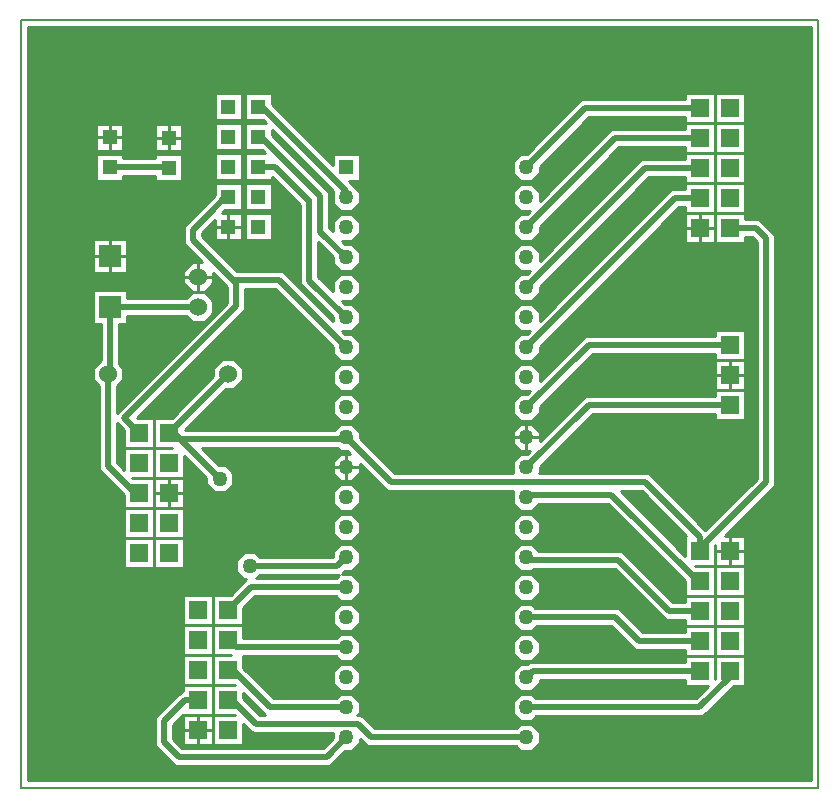
<source format=gbr>
G04 PROTEUS RS274X GERBER FILE*
%FSLAX45Y45*%
%MOMM*%
G01*
%ADD10C,0.508000*%
%ADD11C,1.270000*%
%ADD17C,0.254000*%
%ADD12R,1.270000X1.270000*%
%ADD13R,1.524000X1.524000*%
%ADD14C,1.524000*%
%ADD15R,1.905000X1.905000*%
%ADD16C,0.203200*%
G36*
X+3439040Y-2689040D02*
X-3189040Y-2689040D01*
X-3189040Y+3689040D01*
X+3439040Y+3689040D01*
X+3439040Y-2689040D01*
G37*
%LPC*%
G36*
X-1127701Y+3036701D02*
X-614299Y+2523299D01*
X-614299Y+2614299D01*
X-385701Y+2614299D01*
X-385701Y+2385701D01*
X-476701Y+2385701D01*
X-423801Y+2332801D01*
X-423801Y+2331444D01*
X-385701Y+2293344D01*
X-385701Y+2198656D01*
X-452656Y+2131701D01*
X-547344Y+2131701D01*
X-614299Y+2198656D01*
X-614299Y+2293344D01*
X-607082Y+2300562D01*
X-1127701Y+2821181D01*
X-1127701Y+2775889D01*
X-640740Y+2288928D01*
X-640740Y+1986500D01*
X-614299Y+1960059D01*
X-614299Y+2039344D01*
X-547344Y+2106299D01*
X-452656Y+2106299D01*
X-385701Y+2039344D01*
X-385701Y+1944656D01*
X-452656Y+1877701D01*
X-531941Y+1877701D01*
X-506539Y+1852299D01*
X-452656Y+1852299D01*
X-385701Y+1785344D01*
X-385701Y+1690656D01*
X-452656Y+1623701D01*
X-547344Y+1623701D01*
X-614299Y+1690656D01*
X-614299Y+1744539D01*
X-735651Y+1865891D01*
X-735651Y+1573411D01*
X-614299Y+1452059D01*
X-614299Y+1531344D01*
X-547344Y+1598299D01*
X-452656Y+1598299D01*
X-385701Y+1531344D01*
X-385701Y+1436656D01*
X-452656Y+1369701D01*
X-531941Y+1369701D01*
X-506539Y+1344299D01*
X-452656Y+1344299D01*
X-385701Y+1277344D01*
X-385701Y+1182656D01*
X-452656Y+1115701D01*
X-531941Y+1115701D01*
X-506539Y+1090299D01*
X-452656Y+1090299D01*
X-385701Y+1023344D01*
X-385701Y+928656D01*
X-452656Y+861701D01*
X-547344Y+861701D01*
X-614299Y+928656D01*
X-614299Y+982539D01*
X-1100141Y+1468381D01*
X-1354604Y+1468381D01*
X-1354604Y+1292550D01*
X-2266155Y+380999D01*
X-2123001Y+380999D01*
X-2123001Y+127001D01*
X-2376999Y+127001D01*
X-2376999Y+273239D01*
X-2439801Y+336041D01*
X-2439801Y+4932D01*
X-2376999Y-57870D01*
X-2376999Y+126999D01*
X-2123001Y+126999D01*
X-2123001Y-126999D01*
X-2307870Y-126999D01*
X-2307868Y-127001D01*
X-2123001Y-127001D01*
X-2123001Y-380999D01*
X-2376999Y-380999D01*
X-2376999Y-273390D01*
X-2592199Y-58190D01*
X-2592199Y+646595D01*
X-2642999Y+697395D01*
X-2642999Y+802605D01*
X-2576199Y+869405D01*
X-2576199Y+1172151D01*
X-2646049Y+1172151D01*
X-2646049Y+1464249D01*
X-2353951Y+1464249D01*
X-2353951Y+1394399D01*
X-1853405Y+1394399D01*
X-1802605Y+1445199D01*
X-1697395Y+1445199D01*
X-1623001Y+1370805D01*
X-1623001Y+1265595D01*
X-1697395Y+1191201D01*
X-1802605Y+1191201D01*
X-1853405Y+1242001D01*
X-2353951Y+1242001D01*
X-2353951Y+1172151D01*
X-2423801Y+1172151D01*
X-2423801Y+837405D01*
X-2389001Y+802605D01*
X-2389001Y+697395D01*
X-2439801Y+646595D01*
X-2439801Y+422873D01*
X-1507002Y+1355672D01*
X-1507002Y+1487593D01*
X-1532426Y+1513017D01*
X-1532426Y+1513019D01*
X-1623001Y+1603594D01*
X-1623001Y+1519595D01*
X-1697395Y+1445201D01*
X-1802605Y+1445201D01*
X-1876999Y+1519595D01*
X-1876999Y+1624805D01*
X-1802605Y+1699199D01*
X-1718606Y+1699199D01*
X-1828651Y+1809244D01*
X-1828653Y+1809244D01*
X-1873289Y+1853880D01*
X-1873289Y+2004930D01*
X-1828653Y+2049566D01*
X-1828651Y+2049566D01*
X-1610299Y+2267918D01*
X-1610299Y+2364299D01*
X-1381701Y+2364299D01*
X-1381701Y+2135701D01*
X-1526996Y+2135701D01*
X-1552398Y+2110299D01*
X-1381701Y+2110299D01*
X-1381701Y+1881701D01*
X-1610299Y+1881701D01*
X-1610299Y+2052398D01*
X-1720891Y+1941806D01*
X-1720891Y+1917004D01*
X-1424666Y+1620779D01*
X-1037019Y+1620779D01*
X-614299Y+1198059D01*
X-614299Y+1236539D01*
X-888049Y+1510289D01*
X-888049Y+2180610D01*
X-1127701Y+2420262D01*
X-1127701Y+2389701D01*
X-1356299Y+2389701D01*
X-1356299Y+2618299D01*
X-1185631Y+2618299D01*
X-1211033Y+2643701D01*
X-1356299Y+2643701D01*
X-1356299Y+2872299D01*
X-1178819Y+2872299D01*
X-1204221Y+2897701D01*
X-1356299Y+2897701D01*
X-1356299Y+3126299D01*
X-1127701Y+3126299D01*
X-1127701Y+3036701D01*
G37*
G36*
X-547344Y+836299D02*
X-452656Y+836299D01*
X-385701Y+769344D01*
X-385701Y+674656D01*
X-452656Y+607701D01*
X-547344Y+607701D01*
X-614299Y+674656D01*
X-614299Y+769344D01*
X-547344Y+836299D01*
G37*
G36*
X-547344Y+582299D02*
X-452656Y+582299D01*
X-385701Y+515344D01*
X-385701Y+420656D01*
X-452656Y+353701D01*
X-547344Y+353701D01*
X-614299Y+420656D01*
X-614299Y+515344D01*
X-547344Y+582299D01*
G37*
G36*
X+2880999Y+2060199D02*
X+2999645Y+2060199D01*
X+3128462Y+1931382D01*
X+3128462Y-197573D01*
X+2707034Y-619001D01*
X+2880999Y-619001D01*
X+2880999Y-872999D01*
X+2627001Y-872999D01*
X+2627001Y-699034D01*
X+2626999Y-699036D01*
X+2626999Y-872999D01*
X+2457241Y-872999D01*
X+2457243Y-873001D01*
X+2626999Y-873001D01*
X+2626999Y-1126999D01*
X+2373001Y-1126999D01*
X+2373001Y-1004279D01*
X+1715847Y-347125D01*
X+1132518Y-347125D01*
X+1071344Y-408299D01*
X+976656Y-408299D01*
X+909701Y-341344D01*
X+909701Y-246656D01*
X+913832Y-242525D01*
X-151235Y-242525D01*
X-385701Y-8059D01*
X-385701Y-87344D01*
X-452656Y-154299D01*
X-547344Y-154299D01*
X-614299Y-87344D01*
X-614299Y+7344D01*
X-547344Y+74299D01*
X-468059Y+74299D01*
X-493461Y+99701D01*
X-547344Y+99701D01*
X-573444Y+125801D01*
X-1719697Y+125801D01*
X-1573501Y-20395D01*
X-1519618Y-20395D01*
X-1452663Y-87350D01*
X-1452663Y-182038D01*
X-1519618Y-248993D01*
X-1614306Y-248993D01*
X-1681261Y-182038D01*
X-1681261Y-128155D01*
X-1869001Y+59585D01*
X-1869001Y-126999D01*
X-2122999Y-126999D01*
X-2122999Y+126999D01*
X-1976759Y+126999D01*
X-1976761Y+127001D01*
X-2122999Y+127001D01*
X-2122999Y+380999D01*
X-1976761Y+380999D01*
X-1626999Y+730761D01*
X-1626999Y+802605D01*
X-1552605Y+876999D01*
X-1447395Y+876999D01*
X-1373001Y+802605D01*
X-1373001Y+697395D01*
X-1447395Y+623001D01*
X-1519239Y+623001D01*
X-1864041Y+278199D01*
X-597444Y+278199D01*
X-547344Y+328299D01*
X-452656Y+328299D01*
X-385701Y+261344D01*
X-385701Y+207461D01*
X-88113Y-90127D01*
X+912484Y-90127D01*
X+909701Y-87344D01*
X+909701Y+7344D01*
X+976656Y+74299D01*
X+1030539Y+74299D01*
X+1055941Y+99701D01*
X+976656Y+99701D01*
X+909701Y+166656D01*
X+909701Y+261344D01*
X+976656Y+328299D01*
X+1071344Y+328299D01*
X+1138299Y+261344D01*
X+1138299Y+182059D01*
X+1524439Y+568199D01*
X+2623001Y+568199D01*
X+2623001Y+618999D01*
X+2876999Y+618999D01*
X+2876999Y+365001D01*
X+2623001Y+365001D01*
X+2623001Y+415801D01*
X+1587561Y+415801D01*
X+1138299Y-33461D01*
X+1138299Y-87344D01*
X+1135516Y-90127D01*
X+2066006Y-90127D01*
X+2543197Y-567318D01*
X+2976064Y-134451D01*
X+2976064Y+1868260D01*
X+2936523Y+1907801D01*
X+2880999Y+1907801D01*
X+2880999Y+1857001D01*
X+2627001Y+1857001D01*
X+2627001Y+2110999D01*
X+2880999Y+2110999D01*
X+2880999Y+2060199D01*
G37*
G36*
X-547344Y-179701D02*
X-452656Y-179701D01*
X-385701Y-246656D01*
X-385701Y-341344D01*
X-452656Y-408299D01*
X-547344Y-408299D01*
X-614299Y-341344D01*
X-614299Y-246656D01*
X-547344Y-179701D01*
G37*
G36*
X-547344Y-433701D02*
X-452656Y-433701D01*
X-385701Y-500656D01*
X-385701Y-595344D01*
X-452656Y-662299D01*
X-547344Y-662299D01*
X-614299Y-595344D01*
X-614299Y-500656D01*
X-547344Y-433701D01*
G37*
G36*
X-385701Y-754656D02*
X-385701Y-849344D01*
X-452656Y-916299D01*
X-506539Y-916299D01*
X-531941Y-941701D01*
X-452656Y-941701D01*
X-385701Y-1008656D01*
X-385701Y-1103344D01*
X-452656Y-1170299D01*
X-547344Y-1170299D01*
X-585444Y-1132199D01*
X-1274439Y-1132199D01*
X-1369001Y-1226761D01*
X-1369001Y-1372999D01*
X-1622999Y-1372999D01*
X-1622999Y-1119001D01*
X-1476761Y-1119001D01*
X-1346320Y-988560D01*
X-1362965Y-988560D01*
X-1429920Y-921605D01*
X-1429920Y-826917D01*
X-1362965Y-759962D01*
X-1268277Y-759962D01*
X-1230177Y-798062D01*
X-614299Y-798062D01*
X-614299Y-754656D01*
X-547344Y-687701D01*
X-452656Y-687701D01*
X-385701Y-754656D01*
G37*
G36*
X-547344Y-1195701D02*
X-452656Y-1195701D01*
X-385701Y-1262656D01*
X-385701Y-1357344D01*
X-452656Y-1424299D01*
X-547344Y-1424299D01*
X-614299Y-1357344D01*
X-614299Y-1262656D01*
X-547344Y-1195701D01*
G37*
G36*
X-1369001Y-1487801D02*
X-585444Y-1487801D01*
X-547344Y-1449701D01*
X-452656Y-1449701D01*
X-385701Y-1516656D01*
X-385701Y-1611344D01*
X-452656Y-1678299D01*
X-547344Y-1678299D01*
X-585444Y-1640199D01*
X-1369001Y-1640199D01*
X-1369001Y-1737730D01*
X-1110930Y-1995801D01*
X-585444Y-1995801D01*
X-547344Y-1957701D01*
X-452656Y-1957701D01*
X-385701Y-2024656D01*
X-385701Y-2119344D01*
X-405533Y-2139176D01*
X-369305Y-2139176D01*
X-258680Y-2249801D01*
X+938556Y-2249801D01*
X+976656Y-2211701D01*
X+1071344Y-2211701D01*
X+1138299Y-2278656D01*
X+1138299Y-2373344D01*
X+1071344Y-2440299D01*
X+976656Y-2440299D01*
X+938556Y-2402199D01*
X-321802Y-2402199D01*
X-385701Y-2338300D01*
X-385701Y-2373344D01*
X-452656Y-2440299D01*
X-506539Y-2440299D01*
X-632227Y-2565987D01*
X-1947681Y-2565987D01*
X-2115517Y-2398151D01*
X-2115517Y-2156783D01*
X-1890535Y-1931801D01*
X-1876999Y-1931801D01*
X-1876999Y-1881001D01*
X-1623001Y-1881001D01*
X-1623001Y-2134999D01*
X-1876999Y-2134999D01*
X-1876999Y-2133785D01*
X-1963119Y-2219905D01*
X-1963119Y-2335029D01*
X-1884559Y-2413589D01*
X-695349Y-2413589D01*
X-614299Y-2332539D01*
X-614299Y-2286628D01*
X-1291301Y-2286628D01*
X-1369001Y-2208928D01*
X-1369001Y-2388999D01*
X-1622999Y-2388999D01*
X-1622999Y-2135001D01*
X-1442928Y-2135001D01*
X-1442930Y-2134999D01*
X-1622999Y-2134999D01*
X-1622999Y-1881001D01*
X-1441250Y-1881001D01*
X-1441252Y-1880999D01*
X-1622999Y-1880999D01*
X-1622999Y-1627001D01*
X-1476759Y-1627001D01*
X-1476761Y-1626999D01*
X-1622999Y-1626999D01*
X-1622999Y-1373001D01*
X-1369001Y-1373001D01*
X-1369001Y-1487801D01*
G37*
G36*
X-547344Y-1703701D02*
X-452656Y-1703701D01*
X-385701Y-1770656D01*
X-385701Y-1865344D01*
X-452656Y-1932299D01*
X-547344Y-1932299D01*
X-614299Y-1865344D01*
X-614299Y-1770656D01*
X-547344Y-1703701D01*
G37*
G36*
X+2880999Y-1888999D02*
X+2782987Y-1888999D01*
X+2523787Y-2148199D01*
X+1109444Y-2148199D01*
X+1071344Y-2186299D01*
X+976656Y-2186299D01*
X+909701Y-2119344D01*
X+909701Y-2024656D01*
X+976656Y-1957701D01*
X+1071344Y-1957701D01*
X+1109444Y-1995801D01*
X+2460665Y-1995801D01*
X+2567467Y-1888999D01*
X+2373001Y-1888999D01*
X+2373001Y-1838199D01*
X+1138299Y-1838199D01*
X+1138299Y-1865344D01*
X+1071344Y-1932299D01*
X+976656Y-1932299D01*
X+909701Y-1865344D01*
X+909701Y-1770656D01*
X+976656Y-1703701D01*
X+1030539Y-1703701D01*
X+1048439Y-1685801D01*
X+2373001Y-1685801D01*
X+2373001Y-1635001D01*
X+2626999Y-1635001D01*
X+2626999Y-1829467D01*
X+2627001Y-1829465D01*
X+2627001Y-1635001D01*
X+2880999Y-1635001D01*
X+2880999Y-1888999D01*
G37*
G36*
X+1071344Y-1678299D02*
X+976656Y-1678299D01*
X+909701Y-1611344D01*
X+909701Y-1516656D01*
X+976656Y-1449701D01*
X+1071344Y-1449701D01*
X+1138299Y-1516656D01*
X+1138299Y-1611344D01*
X+1071344Y-1678299D01*
G37*
G36*
X+1101565Y-1225922D02*
X+1807947Y-1225922D01*
X+2013826Y-1431801D01*
X+2373001Y-1431801D01*
X+2373001Y-1381001D01*
X+2626999Y-1381001D01*
X+2626999Y-1634999D01*
X+2373001Y-1634999D01*
X+2373001Y-1584199D01*
X+1950704Y-1584199D01*
X+1744825Y-1378320D01*
X+1117323Y-1378320D01*
X+1071344Y-1424299D01*
X+976656Y-1424299D01*
X+909701Y-1357344D01*
X+909701Y-1262656D01*
X+976656Y-1195701D01*
X+1071344Y-1195701D01*
X+1101565Y-1225922D01*
G37*
G36*
X+1071344Y-1170299D02*
X+976656Y-1170299D01*
X+909701Y-1103344D01*
X+909701Y-1008656D01*
X+976656Y-941701D01*
X+1071344Y-941701D01*
X+1138299Y-1008656D01*
X+1138299Y-1103344D01*
X+1071344Y-1170299D01*
G37*
G36*
X+1130812Y-747169D02*
X+1838171Y-747169D01*
X+2268803Y-1177801D01*
X+2373001Y-1177801D01*
X+2373001Y-1127001D01*
X+2626999Y-1127001D01*
X+2626999Y-1380999D01*
X+2373001Y-1380999D01*
X+2373001Y-1330199D01*
X+2205681Y-1330199D01*
X+1775049Y-899567D01*
X+1088076Y-899567D01*
X+1071344Y-916299D01*
X+976656Y-916299D01*
X+909701Y-849344D01*
X+909701Y-754656D01*
X+976656Y-687701D01*
X+1071344Y-687701D01*
X+1130812Y-747169D01*
G37*
G36*
X+1071344Y-662299D02*
X+976656Y-662299D01*
X+909701Y-595344D01*
X+909701Y-500656D01*
X+976656Y-433701D01*
X+1071344Y-433701D01*
X+1138299Y-500656D01*
X+1138299Y-595344D01*
X+1071344Y-662299D01*
G37*
G36*
X+2876999Y+873001D02*
X+2623001Y+873001D01*
X+2623001Y+923801D01*
X+1587561Y+923801D01*
X+1138299Y+474539D01*
X+1138299Y+420656D01*
X+1071344Y+353701D01*
X+976656Y+353701D01*
X+909701Y+420656D01*
X+909701Y+515344D01*
X+976656Y+582299D01*
X+1030539Y+582299D01*
X+1055941Y+607701D01*
X+976656Y+607701D01*
X+909701Y+674656D01*
X+909701Y+769344D01*
X+976656Y+836299D01*
X+1071344Y+836299D01*
X+1138299Y+769344D01*
X+1138299Y+690059D01*
X+1524439Y+1076199D01*
X+2623001Y+1076199D01*
X+2623001Y+1126999D01*
X+2876999Y+1126999D01*
X+2876999Y+873001D01*
G37*
G36*
X+2626999Y+2111001D02*
X+2373001Y+2111001D01*
X+2373001Y+2161801D01*
X+2317561Y+2161801D01*
X+1138299Y+982539D01*
X+1138299Y+928656D01*
X+1071344Y+861701D01*
X+976656Y+861701D01*
X+909701Y+928656D01*
X+909701Y+1023344D01*
X+976656Y+1090299D01*
X+1030539Y+1090299D01*
X+1055941Y+1115701D01*
X+976656Y+1115701D01*
X+909701Y+1182656D01*
X+909701Y+1277344D01*
X+976656Y+1344299D01*
X+1071344Y+1344299D01*
X+1138299Y+1277344D01*
X+1138299Y+1198059D01*
X+2254439Y+2314199D01*
X+2373001Y+2314199D01*
X+2373001Y+2364999D01*
X+2626999Y+2364999D01*
X+2626999Y+2111001D01*
G37*
G36*
X+2626999Y+2365001D02*
X+2373001Y+2365001D01*
X+2373001Y+2415801D01*
X+2063561Y+2415801D01*
X+1138299Y+1490539D01*
X+1138299Y+1436656D01*
X+1071344Y+1369701D01*
X+976656Y+1369701D01*
X+909701Y+1436656D01*
X+909701Y+1531344D01*
X+976656Y+1598299D01*
X+1030539Y+1598299D01*
X+1055941Y+1623701D01*
X+976656Y+1623701D01*
X+909701Y+1690656D01*
X+909701Y+1785344D01*
X+976656Y+1852299D01*
X+1071344Y+1852299D01*
X+1138299Y+1785344D01*
X+1138299Y+1706059D01*
X+2000439Y+2568199D01*
X+2373001Y+2568199D01*
X+2373001Y+2618999D01*
X+2626999Y+2618999D01*
X+2626999Y+2365001D01*
G37*
G36*
X+2626999Y+2619001D02*
X+2373001Y+2619001D01*
X+2373001Y+2669801D01*
X+1809561Y+2669801D01*
X+1138299Y+1998539D01*
X+1138299Y+1944656D01*
X+1071344Y+1877701D01*
X+976656Y+1877701D01*
X+909701Y+1944656D01*
X+909701Y+2039344D01*
X+976656Y+2106299D01*
X+1030539Y+2106299D01*
X+1055941Y+2131701D01*
X+976656Y+2131701D01*
X+909701Y+2198656D01*
X+909701Y+2293344D01*
X+976656Y+2360299D01*
X+1071344Y+2360299D01*
X+1138299Y+2293344D01*
X+1138299Y+2214059D01*
X+1746439Y+2822199D01*
X+2373001Y+2822199D01*
X+2373001Y+2872999D01*
X+2626999Y+2872999D01*
X+2626999Y+2619001D01*
G37*
G36*
X+2626999Y+2873001D02*
X+2373001Y+2873001D01*
X+2373001Y+2923801D01*
X+1555561Y+2923801D01*
X+1138299Y+2506539D01*
X+1138299Y+2452656D01*
X+1071344Y+2385701D01*
X+976656Y+2385701D01*
X+909701Y+2452656D01*
X+909701Y+2547344D01*
X+976656Y+2614299D01*
X+1030539Y+2614299D01*
X+1492439Y+3076199D01*
X+2373001Y+3076199D01*
X+2373001Y+3126999D01*
X+2626999Y+3126999D01*
X+2626999Y+2873001D01*
G37*
G36*
X-1381701Y+3126299D02*
X-1381701Y+2897701D01*
X-1610299Y+2897701D01*
X-1610299Y+3126299D01*
X-1381701Y+3126299D01*
G37*
G36*
X-1381701Y+2872299D02*
X-1381701Y+2643701D01*
X-1610299Y+2643701D01*
X-1610299Y+2872299D01*
X-1381701Y+2872299D01*
G37*
G36*
X-1381701Y+2618299D02*
X-1381701Y+2389701D01*
X-1610299Y+2389701D01*
X-1610299Y+2618299D01*
X-1381701Y+2618299D01*
G37*
G36*
X-1127701Y+2110299D02*
X-1127701Y+1881701D01*
X-1356299Y+1881701D01*
X-1356299Y+2110299D01*
X-1127701Y+2110299D01*
G37*
G36*
X-1127701Y+2364299D02*
X-1127701Y+2135701D01*
X-1356299Y+2135701D01*
X-1356299Y+2364299D01*
X-1127701Y+2364299D01*
G37*
G36*
X-1623001Y-1119001D02*
X-1623001Y-1372999D01*
X-1876999Y-1372999D01*
X-1876999Y-1119001D01*
X-1623001Y-1119001D01*
G37*
G36*
X-1623001Y-1373001D02*
X-1623001Y-1626999D01*
X-1876999Y-1626999D01*
X-1876999Y-1373001D01*
X-1623001Y-1373001D01*
G37*
G36*
X-1623001Y-1627001D02*
X-1623001Y-1880999D01*
X-1876999Y-1880999D01*
X-1876999Y-1627001D01*
X-1623001Y-1627001D01*
G37*
G36*
X-1623001Y-2135001D02*
X-1623001Y-2388999D01*
X-1876999Y-2388999D01*
X-1876999Y-2135001D01*
X-1623001Y-2135001D01*
G37*
G36*
X+2626999Y+2110999D02*
X+2626999Y+1857001D01*
X+2373001Y+1857001D01*
X+2373001Y+2110999D01*
X+2626999Y+2110999D01*
G37*
G36*
X+2880999Y+2364999D02*
X+2880999Y+2111001D01*
X+2627001Y+2111001D01*
X+2627001Y+2364999D01*
X+2880999Y+2364999D01*
G37*
G36*
X+2880999Y+2618999D02*
X+2880999Y+2365001D01*
X+2627001Y+2365001D01*
X+2627001Y+2618999D01*
X+2880999Y+2618999D01*
G37*
G36*
X+2880999Y+2872999D02*
X+2880999Y+2619001D01*
X+2627001Y+2619001D01*
X+2627001Y+2872999D01*
X+2880999Y+2872999D01*
G37*
G36*
X+2880999Y+3126999D02*
X+2880999Y+2873001D01*
X+2627001Y+2873001D01*
X+2627001Y+3126999D01*
X+2880999Y+3126999D01*
G37*
G36*
X+2627001Y-1634999D02*
X+2627001Y-1381001D01*
X+2880999Y-1381001D01*
X+2880999Y-1634999D01*
X+2627001Y-1634999D01*
G37*
G36*
X+2627001Y-1380999D02*
X+2627001Y-1127001D01*
X+2880999Y-1127001D01*
X+2880999Y-1380999D01*
X+2627001Y-1380999D01*
G37*
G36*
X+2627001Y-1126999D02*
X+2627001Y-873001D01*
X+2880999Y-873001D01*
X+2880999Y-1126999D01*
X+2627001Y-1126999D01*
G37*
G36*
X-2646049Y+1603951D02*
X-2646049Y+1896049D01*
X-2353951Y+1896049D01*
X-2353951Y+1603951D01*
X-2646049Y+1603951D01*
G37*
G36*
X-2123001Y-381001D02*
X-2123001Y-634999D01*
X-2376999Y-634999D01*
X-2376999Y-381001D01*
X-2123001Y-381001D01*
G37*
G36*
X-2123001Y-635001D02*
X-2123001Y-888999D01*
X-2376999Y-888999D01*
X-2376999Y-635001D01*
X-2123001Y-635001D01*
G37*
G36*
X-1869001Y-635001D02*
X-1869001Y-888999D01*
X-2122999Y-888999D01*
X-2122999Y-635001D01*
X-1869001Y-635001D01*
G37*
G36*
X-1869001Y-381001D02*
X-1869001Y-634999D01*
X-2122999Y-634999D01*
X-2122999Y-381001D01*
X-1869001Y-381001D01*
G37*
G36*
X-1869001Y-127001D02*
X-1869001Y-380999D01*
X-2122999Y-380999D01*
X-2122999Y-127001D01*
X-1869001Y-127001D01*
G37*
G36*
X+2876999Y+872999D02*
X+2876999Y+619001D01*
X+2623001Y+619001D01*
X+2623001Y+872999D01*
X+2876999Y+872999D01*
G37*
G36*
X-2385701Y+2576199D02*
X-2114299Y+2576199D01*
X-2114299Y+2610299D01*
X-1885701Y+2610299D01*
X-1885701Y+2381701D01*
X-2114299Y+2381701D01*
X-2114299Y+2423801D01*
X-2385701Y+2423801D01*
X-2385701Y+2385701D01*
X-2614299Y+2385701D01*
X-2614299Y+2614299D01*
X-2385701Y+2614299D01*
X-2385701Y+2576199D01*
G37*
G36*
X-2114299Y+2635701D02*
X-2114299Y+2864299D01*
X-1885701Y+2864299D01*
X-1885701Y+2635701D01*
X-2114299Y+2635701D01*
G37*
G36*
X-2614299Y+2639701D02*
X-2614299Y+2868299D01*
X-2385701Y+2868299D01*
X-2385701Y+2639701D01*
X-2614299Y+2639701D01*
G37*
%LPD*%
G36*
X+2379360Y-619001D02*
X+2373001Y-619001D01*
X+2373001Y-788759D01*
X+1826767Y-242525D01*
X+2002884Y-242525D01*
X+2379360Y-619001D01*
G37*
G36*
X-585444Y-979801D02*
X-1259518Y-979801D01*
X-1230177Y-950460D01*
X-556103Y-950460D01*
X-585444Y-979801D01*
G37*
G36*
X-1196371Y-2125880D02*
X-1188021Y-2134230D01*
X-1228179Y-2134230D01*
X-1369001Y-1993408D01*
X-1369001Y-1953250D01*
X-1196371Y-2125880D01*
G37*
D10*
X+2500000Y+3000000D02*
X+1524000Y+3000000D01*
X+1024000Y+2500000D01*
X+2500000Y+2746000D02*
X+1778000Y+2746000D01*
X+1024000Y+1992000D01*
X+1024000Y+1484000D02*
X+2032000Y+2492000D01*
X+2500000Y+2492000D01*
X+1024000Y+976000D02*
X+2286000Y+2238000D01*
X+2500000Y+2238000D01*
X+2500000Y-1000000D02*
X+2476482Y-1000000D01*
X+1747408Y-270926D01*
X+1738000Y-270926D01*
X+1047074Y-270926D01*
X+1024000Y-294000D01*
X+2500000Y-1254000D02*
X+2237242Y-1254000D01*
X+1806610Y-823368D01*
X+1045368Y-823368D01*
X+1024000Y-802000D01*
X+2500000Y-1508000D02*
X+1982265Y-1508000D01*
X+1776386Y-1302121D01*
X+1031879Y-1302121D01*
X+1024000Y-1310000D01*
X+2500000Y-1762000D02*
X+1080000Y-1762000D01*
X+1024000Y-1818000D01*
X+2754000Y-1762000D02*
X+2754000Y-1810226D01*
X+2492226Y-2072000D01*
X+1024000Y-2072000D01*
X-1242000Y+3012000D02*
X-1210760Y+3012000D01*
X-500000Y+2301240D01*
X-500000Y+2246000D01*
X-1242000Y+2758000D02*
X-1217572Y+2758000D01*
X-716939Y+2257367D01*
X-716939Y+2144378D01*
X-716939Y+1954939D01*
X-500000Y+1738000D01*
X-1242000Y+2504000D02*
X-1103679Y+2504000D01*
X-1028790Y+2429111D01*
X-820889Y+2221210D01*
X-811850Y+2221210D01*
X-811850Y+1541850D01*
X-500000Y+1230000D01*
X+2500000Y-746000D02*
X+2500000Y-718275D01*
X+2500000Y-631881D01*
X+2034445Y-166326D01*
X-119674Y-166326D01*
X-500000Y+214000D01*
X+2754000Y+1984000D02*
X+2968084Y+1984000D01*
X+3052263Y+1899821D01*
X+3052263Y-166012D01*
X+2500000Y-718275D01*
X+1024000Y-2326000D02*
X-290241Y-2326000D01*
X-400866Y-2215375D01*
X-467644Y-2215375D01*
X-472590Y-2210429D01*
X-1259740Y-2210429D01*
X-1462169Y-2008000D01*
X-1496000Y-2008000D01*
X-500000Y-2072000D02*
X-1142491Y-2072000D01*
X-1460491Y-1754000D01*
X-1496000Y-1754000D01*
X-500000Y-1564000D02*
X-1432000Y-1564000D01*
X-1496000Y-1500000D01*
X-500000Y-1056000D02*
X-1306000Y-1056000D01*
X-1496000Y-1246000D01*
X-1750000Y-2008000D02*
X-1858974Y-2008000D01*
X-2039318Y-2188344D01*
X-2039318Y-2366590D01*
X-1916120Y-2489788D01*
X-663788Y-2489788D01*
X-500000Y-2326000D01*
X-1750000Y+1318200D02*
X-2500000Y+1318200D01*
X-2500000Y+766000D01*
X-2516000Y+750000D01*
X-2516000Y-26629D01*
X-2288629Y-254000D01*
X-2250000Y-254000D01*
X-1500000Y+750000D02*
X-1996000Y+254000D01*
X-1315621Y-874261D02*
X-572261Y-874261D01*
X-500000Y-802000D01*
X-1566962Y-134694D02*
X-1903656Y+202000D01*
X-1955656Y+254000D01*
X-1996000Y+254000D01*
X-500000Y+214000D02*
X-500000Y+202000D01*
X-1903656Y+202000D01*
X-1944000Y+202000D01*
X-1996000Y+254000D01*
X-2500000Y+2500000D02*
X-2004000Y+2500000D01*
X-2000000Y+2496000D01*
X-2250000Y+254000D02*
X-2375457Y+379457D01*
X-1430803Y+1324111D01*
X-1430803Y+1519156D01*
X-1456227Y+1544580D01*
X-500000Y+976000D02*
X-1068580Y+1544580D01*
X-1456227Y+1544580D01*
X-1797090Y+1885443D01*
X-1797090Y+1973367D01*
X-1652912Y+2117545D01*
X-1520457Y+2250000D01*
X-1496000Y+2250000D01*
X+2750000Y+1000000D02*
X+1556000Y+1000000D01*
X+1024000Y+468000D01*
X+2750000Y+492000D02*
X+1750000Y+492000D01*
X+1556000Y+492000D01*
X+1024000Y-40000D01*
D11*
X-1315621Y-874261D03*
X-1566962Y-134694D03*
D17*
X+3439040Y-2689040D02*
X-3189040Y-2689040D01*
X-3189040Y+3689040D01*
X+3439040Y+3689040D01*
X+3439040Y-2689040D01*
X-1127701Y+3036701D02*
X-614299Y+2523299D01*
X-614299Y+2614299D01*
X-385701Y+2614299D01*
X-385701Y+2385701D01*
X-476701Y+2385701D01*
X-423801Y+2332801D01*
X-423801Y+2331444D01*
X-385701Y+2293344D01*
X-385701Y+2198656D01*
X-452656Y+2131701D01*
X-547344Y+2131701D01*
X-614299Y+2198656D01*
X-614299Y+2293344D01*
X-607082Y+2300562D01*
X-1127701Y+2821181D01*
X-1127701Y+2775889D01*
X-640740Y+2288928D01*
X-640740Y+1986500D01*
X-614299Y+1960059D01*
X-614299Y+2039344D01*
X-547344Y+2106299D01*
X-452656Y+2106299D01*
X-385701Y+2039344D01*
X-385701Y+1944656D01*
X-452656Y+1877701D01*
X-531941Y+1877701D01*
X-506539Y+1852299D01*
X-452656Y+1852299D01*
X-385701Y+1785344D01*
X-385701Y+1690656D01*
X-452656Y+1623701D01*
X-547344Y+1623701D01*
X-614299Y+1690656D01*
X-614299Y+1744539D01*
X-735651Y+1865891D01*
X-735651Y+1573411D01*
X-614299Y+1452059D01*
X-614299Y+1531344D01*
X-547344Y+1598299D01*
X-452656Y+1598299D01*
X-385701Y+1531344D01*
X-385701Y+1436656D01*
X-452656Y+1369701D01*
X-531941Y+1369701D01*
X-506539Y+1344299D01*
X-452656Y+1344299D01*
X-385701Y+1277344D01*
X-385701Y+1182656D01*
X-452656Y+1115701D01*
X-531941Y+1115701D01*
X-506539Y+1090299D01*
X-452656Y+1090299D01*
X-385701Y+1023344D01*
X-385701Y+928656D01*
X-452656Y+861701D01*
X-547344Y+861701D01*
X-614299Y+928656D01*
X-614299Y+982539D01*
X-1100141Y+1468381D01*
X-1354604Y+1468381D01*
X-1354604Y+1292550D01*
X-2266155Y+380999D01*
X-2123001Y+380999D01*
X-2123001Y+127001D01*
X-2376999Y+127001D01*
X-2376999Y+273239D01*
X-2439801Y+336041D01*
X-2439801Y+4932D01*
X-2376999Y-57870D01*
X-2376999Y+126999D01*
X-2123001Y+126999D01*
X-2123001Y-126999D01*
X-2307870Y-126999D01*
X-2307868Y-127001D01*
X-2123001Y-127001D01*
X-2123001Y-380999D01*
X-2376999Y-380999D01*
X-2376999Y-273390D01*
X-2592199Y-58190D01*
X-2592199Y+646595D01*
X-2642999Y+697395D01*
X-2642999Y+802605D01*
X-2576199Y+869405D01*
X-2576199Y+1172151D01*
X-2646049Y+1172151D01*
X-2646049Y+1464249D01*
X-2353951Y+1464249D01*
X-2353951Y+1394399D01*
X-1853405Y+1394399D01*
X-1802605Y+1445199D01*
X-1697395Y+1445199D01*
X-1623001Y+1370805D01*
X-1623001Y+1265595D01*
X-1697395Y+1191201D01*
X-1802605Y+1191201D01*
X-1853405Y+1242001D01*
X-2353951Y+1242001D01*
X-2353951Y+1172151D01*
X-2423801Y+1172151D01*
X-2423801Y+837405D01*
X-2389001Y+802605D01*
X-2389001Y+697395D01*
X-2439801Y+646595D01*
X-2439801Y+422873D01*
X-1507002Y+1355672D01*
X-1507002Y+1487593D01*
X-1532426Y+1513017D01*
X-1532426Y+1513019D01*
X-1623001Y+1603594D01*
X-1623001Y+1519595D01*
X-1697395Y+1445201D01*
X-1802605Y+1445201D01*
X-1876999Y+1519595D01*
X-1876999Y+1624805D01*
X-1802605Y+1699199D01*
X-1718606Y+1699199D01*
X-1828651Y+1809244D01*
X-1828653Y+1809244D01*
X-1873289Y+1853880D01*
X-1873289Y+2004930D01*
X-1828653Y+2049566D01*
X-1828651Y+2049566D01*
X-1610299Y+2267918D01*
X-1610299Y+2364299D01*
X-1381701Y+2364299D01*
X-1381701Y+2135701D01*
X-1526996Y+2135701D01*
X-1552398Y+2110299D01*
X-1381701Y+2110299D01*
X-1381701Y+1881701D01*
X-1610299Y+1881701D01*
X-1610299Y+2052398D01*
X-1720891Y+1941806D01*
X-1720891Y+1917004D01*
X-1424666Y+1620779D01*
X-1037019Y+1620779D01*
X-614299Y+1198059D01*
X-614299Y+1236539D01*
X-888049Y+1510289D01*
X-888049Y+2180610D01*
X-1127701Y+2420262D01*
X-1127701Y+2389701D01*
X-1356299Y+2389701D01*
X-1356299Y+2618299D01*
X-1185631Y+2618299D01*
X-1211033Y+2643701D01*
X-1356299Y+2643701D01*
X-1356299Y+2872299D01*
X-1178819Y+2872299D01*
X-1204221Y+2897701D01*
X-1356299Y+2897701D01*
X-1356299Y+3126299D01*
X-1127701Y+3126299D01*
X-1127701Y+3036701D01*
X-547344Y+836299D02*
X-452656Y+836299D01*
X-385701Y+769344D01*
X-385701Y+674656D01*
X-452656Y+607701D01*
X-547344Y+607701D01*
X-614299Y+674656D01*
X-614299Y+769344D01*
X-547344Y+836299D01*
X-547344Y+582299D02*
X-452656Y+582299D01*
X-385701Y+515344D01*
X-385701Y+420656D01*
X-452656Y+353701D01*
X-547344Y+353701D01*
X-614299Y+420656D01*
X-614299Y+515344D01*
X-547344Y+582299D01*
X+2880999Y+2060199D02*
X+2999645Y+2060199D01*
X+3128462Y+1931382D01*
X+3128462Y-197573D01*
X+2707034Y-619001D01*
X+2880999Y-619001D01*
X+2880999Y-872999D01*
X+2627001Y-872999D01*
X+2627001Y-699034D01*
X+2626999Y-699036D01*
X+2626999Y-872999D01*
X+2457241Y-872999D01*
X+2457243Y-873001D01*
X+2626999Y-873001D01*
X+2626999Y-1126999D01*
X+2373001Y-1126999D01*
X+2373001Y-1004279D01*
X+1715847Y-347125D01*
X+1132518Y-347125D01*
X+1071344Y-408299D01*
X+976656Y-408299D01*
X+909701Y-341344D01*
X+909701Y-246656D01*
X+913832Y-242525D01*
X-151235Y-242525D01*
X-385701Y-8059D01*
X-385701Y-87344D01*
X-452656Y-154299D01*
X-547344Y-154299D01*
X-614299Y-87344D01*
X-614299Y+7344D01*
X-547344Y+74299D01*
X-468059Y+74299D01*
X-493461Y+99701D01*
X-547344Y+99701D01*
X-573444Y+125801D01*
X-1719697Y+125801D01*
X-1573501Y-20395D01*
X-1519618Y-20395D01*
X-1452663Y-87350D01*
X-1452663Y-182038D01*
X-1519618Y-248993D01*
X-1614306Y-248993D01*
X-1681261Y-182038D01*
X-1681261Y-128155D01*
X-1869001Y+59585D01*
X-1869001Y-126999D01*
X-2122999Y-126999D01*
X-2122999Y+126999D01*
X-1976759Y+126999D01*
X-1976761Y+127001D01*
X-2122999Y+127001D01*
X-2122999Y+380999D01*
X-1976761Y+380999D01*
X-1626999Y+730761D01*
X-1626999Y+802605D01*
X-1552605Y+876999D01*
X-1447395Y+876999D01*
X-1373001Y+802605D01*
X-1373001Y+697395D01*
X-1447395Y+623001D01*
X-1519239Y+623001D01*
X-1864041Y+278199D01*
X-597444Y+278199D01*
X-547344Y+328299D01*
X-452656Y+328299D01*
X-385701Y+261344D01*
X-385701Y+207461D01*
X-88113Y-90127D01*
X+912484Y-90127D01*
X+909701Y-87344D01*
X+909701Y+7344D01*
X+976656Y+74299D01*
X+1030539Y+74299D01*
X+1055941Y+99701D01*
X+976656Y+99701D01*
X+909701Y+166656D01*
X+909701Y+261344D01*
X+976656Y+328299D01*
X+1071344Y+328299D01*
X+1138299Y+261344D01*
X+1138299Y+182059D01*
X+1524439Y+568199D01*
X+2623001Y+568199D01*
X+2623001Y+618999D01*
X+2876999Y+618999D01*
X+2876999Y+365001D01*
X+2623001Y+365001D01*
X+2623001Y+415801D01*
X+1587561Y+415801D01*
X+1138299Y-33461D01*
X+1138299Y-87344D01*
X+1135516Y-90127D01*
X+2066006Y-90127D01*
X+2543197Y-567318D01*
X+2976064Y-134451D01*
X+2976064Y+1868260D01*
X+2936523Y+1907801D01*
X+2880999Y+1907801D01*
X+2880999Y+1857001D01*
X+2627001Y+1857001D01*
X+2627001Y+2110999D01*
X+2880999Y+2110999D01*
X+2880999Y+2060199D01*
X-547344Y-179701D02*
X-452656Y-179701D01*
X-385701Y-246656D01*
X-385701Y-341344D01*
X-452656Y-408299D01*
X-547344Y-408299D01*
X-614299Y-341344D01*
X-614299Y-246656D01*
X-547344Y-179701D01*
X-547344Y-433701D02*
X-452656Y-433701D01*
X-385701Y-500656D01*
X-385701Y-595344D01*
X-452656Y-662299D01*
X-547344Y-662299D01*
X-614299Y-595344D01*
X-614299Y-500656D01*
X-547344Y-433701D01*
X-385701Y-754656D02*
X-385701Y-849344D01*
X-452656Y-916299D01*
X-506539Y-916299D01*
X-531941Y-941701D01*
X-452656Y-941701D01*
X-385701Y-1008656D01*
X-385701Y-1103344D01*
X-452656Y-1170299D01*
X-547344Y-1170299D01*
X-585444Y-1132199D01*
X-1274439Y-1132199D01*
X-1369001Y-1226761D01*
X-1369001Y-1372999D01*
X-1622999Y-1372999D01*
X-1622999Y-1119001D01*
X-1476761Y-1119001D01*
X-1346320Y-988560D01*
X-1362965Y-988560D01*
X-1429920Y-921605D01*
X-1429920Y-826917D01*
X-1362965Y-759962D01*
X-1268277Y-759962D01*
X-1230177Y-798062D01*
X-614299Y-798062D01*
X-614299Y-754656D01*
X-547344Y-687701D01*
X-452656Y-687701D01*
X-385701Y-754656D01*
X-547344Y-1195701D02*
X-452656Y-1195701D01*
X-385701Y-1262656D01*
X-385701Y-1357344D01*
X-452656Y-1424299D01*
X-547344Y-1424299D01*
X-614299Y-1357344D01*
X-614299Y-1262656D01*
X-547344Y-1195701D01*
X-1369001Y-1487801D02*
X-585444Y-1487801D01*
X-547344Y-1449701D01*
X-452656Y-1449701D01*
X-385701Y-1516656D01*
X-385701Y-1611344D01*
X-452656Y-1678299D01*
X-547344Y-1678299D01*
X-585444Y-1640199D01*
X-1369001Y-1640199D01*
X-1369001Y-1737730D01*
X-1110930Y-1995801D01*
X-585444Y-1995801D01*
X-547344Y-1957701D01*
X-452656Y-1957701D01*
X-385701Y-2024656D01*
X-385701Y-2119344D01*
X-405533Y-2139176D01*
X-369305Y-2139176D01*
X-258680Y-2249801D01*
X+938556Y-2249801D01*
X+976656Y-2211701D01*
X+1071344Y-2211701D01*
X+1138299Y-2278656D01*
X+1138299Y-2373344D01*
X+1071344Y-2440299D01*
X+976656Y-2440299D01*
X+938556Y-2402199D01*
X-321802Y-2402199D01*
X-385701Y-2338300D01*
X-385701Y-2373344D01*
X-452656Y-2440299D01*
X-506539Y-2440299D01*
X-632227Y-2565987D01*
X-1947681Y-2565987D01*
X-2115517Y-2398151D01*
X-2115517Y-2156783D01*
X-1890535Y-1931801D01*
X-1876999Y-1931801D01*
X-1876999Y-1881001D01*
X-1623001Y-1881001D01*
X-1623001Y-2134999D01*
X-1876999Y-2134999D01*
X-1876999Y-2133785D01*
X-1963119Y-2219905D01*
X-1963119Y-2335029D01*
X-1884559Y-2413589D01*
X-695349Y-2413589D01*
X-614299Y-2332539D01*
X-614299Y-2286628D01*
X-1291301Y-2286628D01*
X-1369001Y-2208928D01*
X-1369001Y-2388999D01*
X-1622999Y-2388999D01*
X-1622999Y-2135001D01*
X-1442928Y-2135001D01*
X-1442930Y-2134999D01*
X-1622999Y-2134999D01*
X-1622999Y-1881001D01*
X-1441250Y-1881001D01*
X-1441252Y-1880999D01*
X-1622999Y-1880999D01*
X-1622999Y-1627001D01*
X-1476759Y-1627001D01*
X-1476761Y-1626999D01*
X-1622999Y-1626999D01*
X-1622999Y-1373001D01*
X-1369001Y-1373001D01*
X-1369001Y-1487801D01*
X-547344Y-1703701D02*
X-452656Y-1703701D01*
X-385701Y-1770656D01*
X-385701Y-1865344D01*
X-452656Y-1932299D01*
X-547344Y-1932299D01*
X-614299Y-1865344D01*
X-614299Y-1770656D01*
X-547344Y-1703701D01*
X+2880999Y-1888999D02*
X+2782987Y-1888999D01*
X+2523787Y-2148199D01*
X+1109444Y-2148199D01*
X+1071344Y-2186299D01*
X+976656Y-2186299D01*
X+909701Y-2119344D01*
X+909701Y-2024656D01*
X+976656Y-1957701D01*
X+1071344Y-1957701D01*
X+1109444Y-1995801D01*
X+2460665Y-1995801D01*
X+2567467Y-1888999D01*
X+2373001Y-1888999D01*
X+2373001Y-1838199D01*
X+1138299Y-1838199D01*
X+1138299Y-1865344D01*
X+1071344Y-1932299D01*
X+976656Y-1932299D01*
X+909701Y-1865344D01*
X+909701Y-1770656D01*
X+976656Y-1703701D01*
X+1030539Y-1703701D01*
X+1048439Y-1685801D01*
X+2373001Y-1685801D01*
X+2373001Y-1635001D01*
X+2626999Y-1635001D01*
X+2626999Y-1829467D01*
X+2627001Y-1829465D01*
X+2627001Y-1635001D01*
X+2880999Y-1635001D01*
X+2880999Y-1888999D01*
X+1071344Y-1678299D02*
X+976656Y-1678299D01*
X+909701Y-1611344D01*
X+909701Y-1516656D01*
X+976656Y-1449701D01*
X+1071344Y-1449701D01*
X+1138299Y-1516656D01*
X+1138299Y-1611344D01*
X+1071344Y-1678299D01*
X+1101565Y-1225922D02*
X+1807947Y-1225922D01*
X+2013826Y-1431801D01*
X+2373001Y-1431801D01*
X+2373001Y-1381001D01*
X+2626999Y-1381001D01*
X+2626999Y-1634999D01*
X+2373001Y-1634999D01*
X+2373001Y-1584199D01*
X+1950704Y-1584199D01*
X+1744825Y-1378320D01*
X+1117323Y-1378320D01*
X+1071344Y-1424299D01*
X+976656Y-1424299D01*
X+909701Y-1357344D01*
X+909701Y-1262656D01*
X+976656Y-1195701D01*
X+1071344Y-1195701D01*
X+1101565Y-1225922D01*
X+1071344Y-1170299D02*
X+976656Y-1170299D01*
X+909701Y-1103344D01*
X+909701Y-1008656D01*
X+976656Y-941701D01*
X+1071344Y-941701D01*
X+1138299Y-1008656D01*
X+1138299Y-1103344D01*
X+1071344Y-1170299D01*
X+1130812Y-747169D02*
X+1838171Y-747169D01*
X+2268803Y-1177801D01*
X+2373001Y-1177801D01*
X+2373001Y-1127001D01*
X+2626999Y-1127001D01*
X+2626999Y-1380999D01*
X+2373001Y-1380999D01*
X+2373001Y-1330199D01*
X+2205681Y-1330199D01*
X+1775049Y-899567D01*
X+1088076Y-899567D01*
X+1071344Y-916299D01*
X+976656Y-916299D01*
X+909701Y-849344D01*
X+909701Y-754656D01*
X+976656Y-687701D01*
X+1071344Y-687701D01*
X+1130812Y-747169D01*
X+1071344Y-662299D02*
X+976656Y-662299D01*
X+909701Y-595344D01*
X+909701Y-500656D01*
X+976656Y-433701D01*
X+1071344Y-433701D01*
X+1138299Y-500656D01*
X+1138299Y-595344D01*
X+1071344Y-662299D01*
X+2876999Y+873001D02*
X+2623001Y+873001D01*
X+2623001Y+923801D01*
X+1587561Y+923801D01*
X+1138299Y+474539D01*
X+1138299Y+420656D01*
X+1071344Y+353701D01*
X+976656Y+353701D01*
X+909701Y+420656D01*
X+909701Y+515344D01*
X+976656Y+582299D01*
X+1030539Y+582299D01*
X+1055941Y+607701D01*
X+976656Y+607701D01*
X+909701Y+674656D01*
X+909701Y+769344D01*
X+976656Y+836299D01*
X+1071344Y+836299D01*
X+1138299Y+769344D01*
X+1138299Y+690059D01*
X+1524439Y+1076199D01*
X+2623001Y+1076199D01*
X+2623001Y+1126999D01*
X+2876999Y+1126999D01*
X+2876999Y+873001D01*
X+2626999Y+2111001D02*
X+2373001Y+2111001D01*
X+2373001Y+2161801D01*
X+2317561Y+2161801D01*
X+1138299Y+982539D01*
X+1138299Y+928656D01*
X+1071344Y+861701D01*
X+976656Y+861701D01*
X+909701Y+928656D01*
X+909701Y+1023344D01*
X+976656Y+1090299D01*
X+1030539Y+1090299D01*
X+1055941Y+1115701D01*
X+976656Y+1115701D01*
X+909701Y+1182656D01*
X+909701Y+1277344D01*
X+976656Y+1344299D01*
X+1071344Y+1344299D01*
X+1138299Y+1277344D01*
X+1138299Y+1198059D01*
X+2254439Y+2314199D01*
X+2373001Y+2314199D01*
X+2373001Y+2364999D01*
X+2626999Y+2364999D01*
X+2626999Y+2111001D01*
X+2626999Y+2365001D02*
X+2373001Y+2365001D01*
X+2373001Y+2415801D01*
X+2063561Y+2415801D01*
X+1138299Y+1490539D01*
X+1138299Y+1436656D01*
X+1071344Y+1369701D01*
X+976656Y+1369701D01*
X+909701Y+1436656D01*
X+909701Y+1531344D01*
X+976656Y+1598299D01*
X+1030539Y+1598299D01*
X+1055941Y+1623701D01*
X+976656Y+1623701D01*
X+909701Y+1690656D01*
X+909701Y+1785344D01*
X+976656Y+1852299D01*
X+1071344Y+1852299D01*
X+1138299Y+1785344D01*
X+1138299Y+1706059D01*
X+2000439Y+2568199D01*
X+2373001Y+2568199D01*
X+2373001Y+2618999D01*
X+2626999Y+2618999D01*
X+2626999Y+2365001D01*
X+2626999Y+2619001D02*
X+2373001Y+2619001D01*
X+2373001Y+2669801D01*
X+1809561Y+2669801D01*
X+1138299Y+1998539D01*
X+1138299Y+1944656D01*
X+1071344Y+1877701D01*
X+976656Y+1877701D01*
X+909701Y+1944656D01*
X+909701Y+2039344D01*
X+976656Y+2106299D01*
X+1030539Y+2106299D01*
X+1055941Y+2131701D01*
X+976656Y+2131701D01*
X+909701Y+2198656D01*
X+909701Y+2293344D01*
X+976656Y+2360299D01*
X+1071344Y+2360299D01*
X+1138299Y+2293344D01*
X+1138299Y+2214059D01*
X+1746439Y+2822199D01*
X+2373001Y+2822199D01*
X+2373001Y+2872999D01*
X+2626999Y+2872999D01*
X+2626999Y+2619001D01*
X+2626999Y+2873001D02*
X+2373001Y+2873001D01*
X+2373001Y+2923801D01*
X+1555561Y+2923801D01*
X+1138299Y+2506539D01*
X+1138299Y+2452656D01*
X+1071344Y+2385701D01*
X+976656Y+2385701D01*
X+909701Y+2452656D01*
X+909701Y+2547344D01*
X+976656Y+2614299D01*
X+1030539Y+2614299D01*
X+1492439Y+3076199D01*
X+2373001Y+3076199D01*
X+2373001Y+3126999D01*
X+2626999Y+3126999D01*
X+2626999Y+2873001D01*
X-1381701Y+3126299D02*
X-1381701Y+2897701D01*
X-1610299Y+2897701D01*
X-1610299Y+3126299D01*
X-1381701Y+3126299D01*
X-1381701Y+2872299D02*
X-1381701Y+2643701D01*
X-1610299Y+2643701D01*
X-1610299Y+2872299D01*
X-1381701Y+2872299D01*
X-1381701Y+2618299D02*
X-1381701Y+2389701D01*
X-1610299Y+2389701D01*
X-1610299Y+2618299D01*
X-1381701Y+2618299D01*
X-1127701Y+2110299D02*
X-1127701Y+1881701D01*
X-1356299Y+1881701D01*
X-1356299Y+2110299D01*
X-1127701Y+2110299D01*
X-1127701Y+2364299D02*
X-1127701Y+2135701D01*
X-1356299Y+2135701D01*
X-1356299Y+2364299D01*
X-1127701Y+2364299D01*
X-1623001Y-1119001D02*
X-1623001Y-1372999D01*
X-1876999Y-1372999D01*
X-1876999Y-1119001D01*
X-1623001Y-1119001D01*
X-1623001Y-1373001D02*
X-1623001Y-1626999D01*
X-1876999Y-1626999D01*
X-1876999Y-1373001D01*
X-1623001Y-1373001D01*
X-1623001Y-1627001D02*
X-1623001Y-1880999D01*
X-1876999Y-1880999D01*
X-1876999Y-1627001D01*
X-1623001Y-1627001D01*
X-1623001Y-2135001D02*
X-1623001Y-2388999D01*
X-1876999Y-2388999D01*
X-1876999Y-2135001D01*
X-1623001Y-2135001D01*
X+2626999Y+2110999D02*
X+2626999Y+1857001D01*
X+2373001Y+1857001D01*
X+2373001Y+2110999D01*
X+2626999Y+2110999D01*
X+2880999Y+2364999D02*
X+2880999Y+2111001D01*
X+2627001Y+2111001D01*
X+2627001Y+2364999D01*
X+2880999Y+2364999D01*
X+2880999Y+2618999D02*
X+2880999Y+2365001D01*
X+2627001Y+2365001D01*
X+2627001Y+2618999D01*
X+2880999Y+2618999D01*
X+2880999Y+2872999D02*
X+2880999Y+2619001D01*
X+2627001Y+2619001D01*
X+2627001Y+2872999D01*
X+2880999Y+2872999D01*
X+2880999Y+3126999D02*
X+2880999Y+2873001D01*
X+2627001Y+2873001D01*
X+2627001Y+3126999D01*
X+2880999Y+3126999D01*
X+2627001Y-1634999D02*
X+2627001Y-1381001D01*
X+2880999Y-1381001D01*
X+2880999Y-1634999D01*
X+2627001Y-1634999D01*
X+2627001Y-1380999D02*
X+2627001Y-1127001D01*
X+2880999Y-1127001D01*
X+2880999Y-1380999D01*
X+2627001Y-1380999D01*
X+2627001Y-1126999D02*
X+2627001Y-873001D01*
X+2880999Y-873001D01*
X+2880999Y-1126999D01*
X+2627001Y-1126999D01*
X-2646049Y+1603951D02*
X-2646049Y+1896049D01*
X-2353951Y+1896049D01*
X-2353951Y+1603951D01*
X-2646049Y+1603951D01*
X-2123001Y-381001D02*
X-2123001Y-634999D01*
X-2376999Y-634999D01*
X-2376999Y-381001D01*
X-2123001Y-381001D01*
X-2123001Y-635001D02*
X-2123001Y-888999D01*
X-2376999Y-888999D01*
X-2376999Y-635001D01*
X-2123001Y-635001D01*
X-1869001Y-635001D02*
X-1869001Y-888999D01*
X-2122999Y-888999D01*
X-2122999Y-635001D01*
X-1869001Y-635001D01*
X-1869001Y-381001D02*
X-1869001Y-634999D01*
X-2122999Y-634999D01*
X-2122999Y-381001D01*
X-1869001Y-381001D01*
X-1869001Y-127001D02*
X-1869001Y-380999D01*
X-2122999Y-380999D01*
X-2122999Y-127001D01*
X-1869001Y-127001D01*
X+2876999Y+872999D02*
X+2876999Y+619001D01*
X+2623001Y+619001D01*
X+2623001Y+872999D01*
X+2876999Y+872999D01*
X-2385701Y+2576199D02*
X-2114299Y+2576199D01*
X-2114299Y+2610299D01*
X-1885701Y+2610299D01*
X-1885701Y+2381701D01*
X-2114299Y+2381701D01*
X-2114299Y+2423801D01*
X-2385701Y+2423801D01*
X-2385701Y+2385701D01*
X-2614299Y+2385701D01*
X-2614299Y+2614299D01*
X-2385701Y+2614299D01*
X-2385701Y+2576199D01*
X-2114299Y+2635701D02*
X-2114299Y+2864299D01*
X-1885701Y+2864299D01*
X-1885701Y+2635701D01*
X-2114299Y+2635701D01*
X-2614299Y+2639701D02*
X-2614299Y+2868299D01*
X-2385701Y+2868299D01*
X-2385701Y+2639701D01*
X-2614299Y+2639701D01*
X+2379360Y-619001D02*
X+2373001Y-619001D01*
X+2373001Y-788759D01*
X+1826767Y-242525D01*
X+2002884Y-242525D01*
X+2379360Y-619001D01*
X-585444Y-979801D02*
X-1259518Y-979801D01*
X-1230177Y-950460D01*
X-556103Y-950460D01*
X-585444Y-979801D01*
X-1196371Y-2125880D02*
X-1188021Y-2134230D01*
X-1228179Y-2134230D01*
X-1369001Y-1993408D01*
X-1369001Y-1953250D01*
X-1196371Y-2125880D01*
X-500000Y+74299D02*
X-500000Y-40000D01*
X-500000Y-154299D02*
X-500000Y-40000D01*
X-614299Y-40000D02*
X-500000Y-40000D01*
X-385701Y-40000D02*
X-500000Y-40000D01*
X+1024000Y+99701D02*
X+1024000Y+214000D01*
X+1024000Y+328299D02*
X+1024000Y+214000D01*
X+1138299Y+214000D02*
X+1024000Y+214000D01*
X+909701Y+214000D02*
X+1024000Y+214000D01*
X-1496000Y+2110299D02*
X-1496000Y+1996000D01*
X-1496000Y+1881701D02*
X-1496000Y+1996000D01*
X-1610299Y+1996000D02*
X-1496000Y+1996000D01*
X-1381701Y+1996000D02*
X-1496000Y+1996000D01*
X-1750000Y-2135001D02*
X-1750000Y-2262000D01*
X-1750000Y-2388999D02*
X-1750000Y-2262000D01*
X-1876999Y-2262000D02*
X-1750000Y-2262000D01*
X-1623001Y-2262000D02*
X-1750000Y-2262000D01*
X+2500000Y+2110999D02*
X+2500000Y+1984000D01*
X+2500000Y+1857001D02*
X+2500000Y+1984000D01*
X+2373001Y+1984000D02*
X+2500000Y+1984000D01*
X+2626999Y+1984000D02*
X+2500000Y+1984000D01*
X+2754000Y-872999D02*
X+2754000Y-746000D01*
X+2754000Y-619001D02*
X+2754000Y-746000D01*
X+2880999Y-746000D02*
X+2754000Y-746000D01*
X+2627001Y-746000D02*
X+2754000Y-746000D01*
X-1750000Y+1445201D02*
X-1750000Y+1572200D01*
X-1750000Y+1699199D02*
X-1750000Y+1572200D01*
X-1623001Y+1572200D02*
X-1750000Y+1572200D01*
X-1876999Y+1572200D02*
X-1750000Y+1572200D01*
X-2500000Y+1603951D02*
X-2500000Y+1750000D01*
X-2500000Y+1896049D02*
X-2500000Y+1750000D01*
X-2353951Y+1750000D02*
X-2500000Y+1750000D01*
X-2646049Y+1750000D02*
X-2500000Y+1750000D01*
X-1996000Y-127001D02*
X-1996000Y-254000D01*
X-1996000Y-380999D02*
X-1996000Y-254000D01*
X-2122999Y-254000D02*
X-1996000Y-254000D01*
X-1869001Y-254000D02*
X-1996000Y-254000D01*
X+2750000Y+872999D02*
X+2750000Y+746000D01*
X+2750000Y+619001D02*
X+2750000Y+746000D01*
X+2623001Y+746000D02*
X+2750000Y+746000D01*
X+2876999Y+746000D02*
X+2750000Y+746000D01*
X-2000000Y+2635701D02*
X-2000000Y+2750000D01*
X-2000000Y+2864299D02*
X-2000000Y+2750000D01*
X-1885701Y+2750000D02*
X-2000000Y+2750000D01*
X-2114299Y+2750000D02*
X-2000000Y+2750000D01*
X-2500000Y+2639701D02*
X-2500000Y+2754000D01*
X-2500000Y+2868299D02*
X-2500000Y+2754000D01*
X-2385701Y+2754000D02*
X-2500000Y+2754000D01*
X-2614299Y+2754000D02*
X-2500000Y+2754000D01*
D12*
X-500000Y+2500000D03*
D11*
X-500000Y+2246000D03*
X-500000Y+1992000D03*
X-500000Y+1738000D03*
X-500000Y+1484000D03*
X-500000Y+1230000D03*
X-500000Y+976000D03*
X-500000Y+722000D03*
X-500000Y+468000D03*
X-500000Y+214000D03*
X-500000Y-40000D03*
X-500000Y-294000D03*
X-500000Y-548000D03*
X-500000Y-802000D03*
X-500000Y-1056000D03*
X-500000Y-1310000D03*
X-500000Y-1564000D03*
X-500000Y-1818000D03*
X-500000Y-2072000D03*
X-500000Y-2326000D03*
X+1024000Y-2326000D03*
X+1024000Y-2072000D03*
X+1024000Y-1818000D03*
X+1024000Y-1564000D03*
X+1024000Y-1310000D03*
X+1024000Y-1056000D03*
X+1024000Y-802000D03*
X+1024000Y-548000D03*
X+1024000Y-294000D03*
X+1024000Y-40000D03*
X+1024000Y+214000D03*
X+1024000Y+468000D03*
X+1024000Y+722000D03*
X+1024000Y+976000D03*
X+1024000Y+1230000D03*
X+1024000Y+1484000D03*
X+1024000Y+1738000D03*
X+1024000Y+1992000D03*
X+1024000Y+2246000D03*
X+1024000Y+2500000D03*
D12*
X-1496000Y+3012000D03*
X-1496000Y+2758000D03*
X-1496000Y+2504000D03*
X-1496000Y+2250000D03*
X-1496000Y+1996000D03*
X-1242000Y+1996000D03*
X-1242000Y+2250000D03*
X-1242000Y+2504000D03*
X-1242000Y+2758000D03*
X-1242000Y+3012000D03*
D13*
X-1750000Y-1246000D03*
X-1750000Y-1500000D03*
X-1750000Y-1754000D03*
X-1750000Y-2008000D03*
X-1750000Y-2262000D03*
X-1496000Y-2262000D03*
X-1496000Y-2008000D03*
X-1496000Y-1754000D03*
X-1496000Y-1500000D03*
X-1496000Y-1246000D03*
X+2500000Y+3000000D03*
X+2500000Y+2746000D03*
X+2500000Y+2492000D03*
X+2500000Y+2238000D03*
X+2500000Y+1984000D03*
X+2754000Y+1984000D03*
X+2754000Y+2238000D03*
X+2754000Y+2492000D03*
X+2754000Y+2746000D03*
X+2754000Y+3000000D03*
X+2754000Y-1762000D03*
X+2754000Y-1508000D03*
X+2754000Y-1254000D03*
X+2754000Y-1000000D03*
X+2754000Y-746000D03*
X+2500000Y-746000D03*
X+2500000Y-1000000D03*
X+2500000Y-1254000D03*
X+2500000Y-1508000D03*
X+2500000Y-1762000D03*
D14*
X-1500000Y+750000D03*
X-2516000Y+750000D03*
X-1750000Y+1318200D03*
X-1750000Y+1572200D03*
D15*
X-2500000Y+1318200D03*
X-2500000Y+1750000D03*
D13*
X-2250000Y+254000D03*
X-2250000Y+0D03*
X-2250000Y-254000D03*
X-2250000Y-508000D03*
X-2250000Y-762000D03*
X-1996000Y-762000D03*
X-1996000Y-508000D03*
X-1996000Y-254000D03*
X-1996000Y+0D03*
X-1996000Y+254000D03*
X+2750000Y+1000000D03*
X+2750000Y+746000D03*
X+2750000Y+492000D03*
D12*
X-2000000Y+2496000D03*
X-2000000Y+2750000D03*
X-2500000Y+2500000D03*
X-2500000Y+2754000D03*
D16*
X-3250000Y-2750000D02*
X+3500000Y-2750000D01*
X+3500000Y+3750000D01*
X-3250000Y+3750000D01*
X-3250000Y-2750000D01*
M02*

</source>
